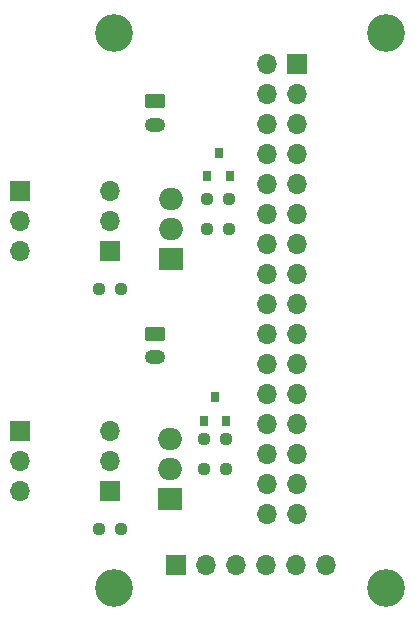
<source format=gbr>
%TF.GenerationSoftware,KiCad,Pcbnew,(6.0.9)*%
%TF.CreationDate,2023-01-09T19:40:24-09:00*%
%TF.ProjectId,ABSIS_ALE_Relay_Module,41425349-535f-4414-9c45-5f52656c6179,1*%
%TF.SameCoordinates,Original*%
%TF.FileFunction,Soldermask,Top*%
%TF.FilePolarity,Negative*%
%FSLAX46Y46*%
G04 Gerber Fmt 4.6, Leading zero omitted, Abs format (unit mm)*
G04 Created by KiCad (PCBNEW (6.0.9)) date 2023-01-09 19:40:24*
%MOMM*%
%LPD*%
G01*
G04 APERTURE LIST*
G04 Aperture macros list*
%AMRoundRect*
0 Rectangle with rounded corners*
0 $1 Rounding radius*
0 $2 $3 $4 $5 $6 $7 $8 $9 X,Y pos of 4 corners*
0 Add a 4 corners polygon primitive as box body*
4,1,4,$2,$3,$4,$5,$6,$7,$8,$9,$2,$3,0*
0 Add four circle primitives for the rounded corners*
1,1,$1+$1,$2,$3*
1,1,$1+$1,$4,$5*
1,1,$1+$1,$6,$7*
1,1,$1+$1,$8,$9*
0 Add four rect primitives between the rounded corners*
20,1,$1+$1,$2,$3,$4,$5,0*
20,1,$1+$1,$4,$5,$6,$7,0*
20,1,$1+$1,$6,$7,$8,$9,0*
20,1,$1+$1,$8,$9,$2,$3,0*%
G04 Aperture macros list end*
%ADD10R,1.700000X1.700000*%
%ADD11O,1.700000X1.700000*%
%ADD12C,3.200000*%
%ADD13R,0.800000X0.900000*%
%ADD14RoundRect,0.237500X-0.250000X-0.237500X0.250000X-0.237500X0.250000X0.237500X-0.250000X0.237500X0*%
%ADD15RoundRect,0.237500X0.250000X0.237500X-0.250000X0.237500X-0.250000X-0.237500X0.250000X-0.237500X0*%
%ADD16RoundRect,0.249999X-0.625001X0.350001X-0.625001X-0.350001X0.625001X-0.350001X0.625001X0.350001X0*%
%ADD17O,1.750000X1.200000*%
%ADD18R,2.000000X1.905000*%
%ADD19O,2.000000X1.905000*%
G04 APERTURE END LIST*
D10*
%TO.C,J2*%
X16200000Y4000000D03*
D11*
X18740000Y4000000D03*
X21280000Y4000000D03*
X23820000Y4000000D03*
X26360000Y4000000D03*
X28900000Y4000000D03*
%TD*%
D12*
%TO.C,H2*%
X34000000Y49000000D03*
%TD*%
%TO.C,H3*%
X11000000Y2000000D03*
%TD*%
%TO.C,H4*%
X34000000Y2000000D03*
%TD*%
%TO.C,H1*%
X11000000Y49000000D03*
%TD*%
D10*
%TO.C,J1*%
X26500000Y46400000D03*
D11*
X23960000Y46400000D03*
X26500000Y43860000D03*
X23960000Y43860000D03*
X26500000Y41320000D03*
X23960000Y41320000D03*
X26500000Y38780000D03*
X23960000Y38780000D03*
X26500000Y36240000D03*
X23960000Y36240000D03*
X26500000Y33700000D03*
X23960000Y33700000D03*
X26500000Y31160000D03*
X23960000Y31160000D03*
X26500000Y28620000D03*
X23960000Y28620000D03*
X26500000Y26080000D03*
X23960000Y26080000D03*
X26500000Y23540000D03*
X23960000Y23540000D03*
X26500000Y21000000D03*
X23960000Y21000000D03*
X26500000Y18460000D03*
X23960000Y18460000D03*
X26500000Y15920000D03*
X23960000Y15920000D03*
X26500000Y13380000D03*
X23960000Y13380000D03*
X26500000Y10840000D03*
X23960000Y10840000D03*
X26500000Y8300000D03*
X23960000Y8300000D03*
%TD*%
D13*
%TO.C,Q2*%
X18880000Y36875000D03*
X20780000Y36875000D03*
X19830000Y38875000D03*
%TD*%
%TO.C,Q3*%
X18565000Y16190000D03*
X20465000Y16190000D03*
X19515000Y18190000D03*
%TD*%
D14*
%TO.C,R1*%
X18880000Y32430000D03*
X20705000Y32430000D03*
%TD*%
%TO.C,R2*%
X18880000Y34970000D03*
X20705000Y34970000D03*
%TD*%
%TO.C,R3*%
X9712500Y27350000D03*
X11537500Y27350000D03*
%TD*%
D15*
%TO.C,R5*%
X20427500Y12110000D03*
X18602500Y12110000D03*
%TD*%
D14*
%TO.C,R4*%
X18602500Y14650000D03*
X20427500Y14650000D03*
%TD*%
%TO.C,R6*%
X9712500Y7030000D03*
X11537500Y7030000D03*
%TD*%
D16*
%TO.C,J3*%
X14435000Y43225000D03*
D17*
X14435000Y41225000D03*
%TD*%
D16*
%TO.C,J4*%
X14435000Y23540000D03*
D17*
X14435000Y21540000D03*
%TD*%
D18*
%TO.C,Q1*%
X15832000Y29890000D03*
D19*
X15832000Y32430000D03*
X15832000Y34970000D03*
%TD*%
D18*
%TO.C,Q4*%
X15705000Y9570000D03*
D19*
X15705000Y12110000D03*
X15705000Y14650000D03*
%TD*%
D10*
%TO.C,JP1*%
X10625000Y30525000D03*
D11*
X10625000Y33065000D03*
X10625000Y35605000D03*
%TD*%
D10*
%TO.C,JP2*%
X3005000Y35605000D03*
D11*
X3005000Y33065000D03*
X3005000Y30525000D03*
%TD*%
D10*
%TO.C,JP5*%
X3005000Y15285000D03*
D11*
X3005000Y12745000D03*
X3005000Y10205000D03*
%TD*%
D10*
%TO.C,JP4*%
X10625000Y10205000D03*
D11*
X10625000Y12745000D03*
X10625000Y15285000D03*
%TD*%
M02*

</source>
